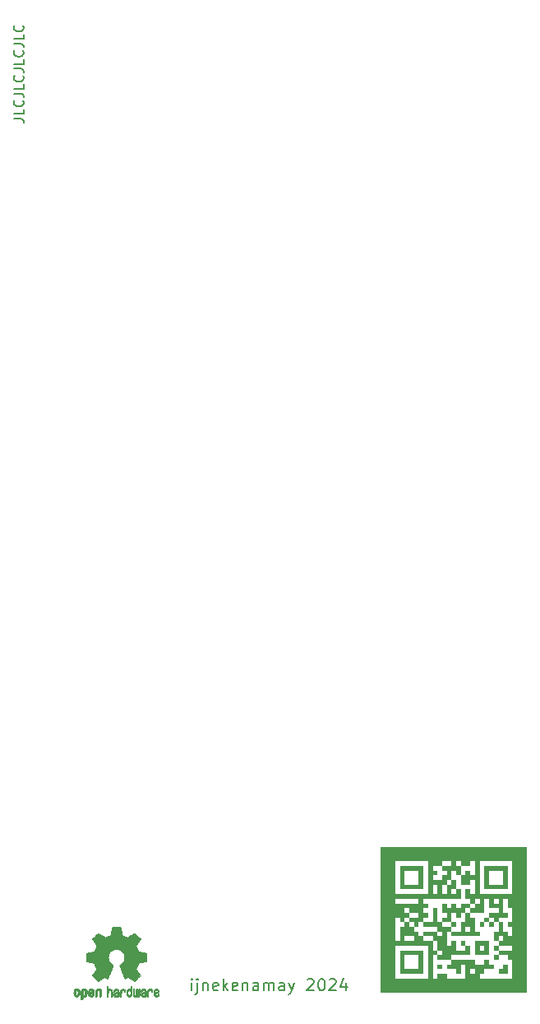
<source format=gbr>
%TF.GenerationSoftware,KiCad,Pcbnew,(6.0.7)*%
%TF.CreationDate,2024-01-18T22:55:21+09:00*%
%TF.ProjectId,pico_tracker_back,7069636f-5f74-4726-9163-6b65725f6261,rev?*%
%TF.SameCoordinates,Original*%
%TF.FileFunction,Legend,Top*%
%TF.FilePolarity,Positive*%
%FSLAX46Y46*%
G04 Gerber Fmt 4.6, Leading zero omitted, Abs format (unit mm)*
G04 Created by KiCad (PCBNEW (6.0.7)) date 2024-01-18 22:55:21*
%MOMM*%
%LPD*%
G01*
G04 APERTURE LIST*
%ADD10C,0.200000*%
%ADD11C,0.010000*%
G04 APERTURE END LIST*
D10*
X97528571Y-160292857D02*
X97528571Y-159492857D01*
X97528571Y-159092857D02*
X97471428Y-159150000D01*
X97528571Y-159207142D01*
X97585714Y-159150000D01*
X97528571Y-159092857D01*
X97528571Y-159207142D01*
X98100000Y-159492857D02*
X98100000Y-160521428D01*
X98042857Y-160635714D01*
X97928571Y-160692857D01*
X97871428Y-160692857D01*
X98100000Y-159092857D02*
X98042857Y-159150000D01*
X98100000Y-159207142D01*
X98157142Y-159150000D01*
X98100000Y-159092857D01*
X98100000Y-159207142D01*
X98671428Y-159492857D02*
X98671428Y-160292857D01*
X98671428Y-159607142D02*
X98728571Y-159550000D01*
X98842857Y-159492857D01*
X99014285Y-159492857D01*
X99128571Y-159550000D01*
X99185714Y-159664285D01*
X99185714Y-160292857D01*
X100214285Y-160235714D02*
X100100000Y-160292857D01*
X99871428Y-160292857D01*
X99757142Y-160235714D01*
X99700000Y-160121428D01*
X99700000Y-159664285D01*
X99757142Y-159550000D01*
X99871428Y-159492857D01*
X100100000Y-159492857D01*
X100214285Y-159550000D01*
X100271428Y-159664285D01*
X100271428Y-159778571D01*
X99700000Y-159892857D01*
X100785714Y-160292857D02*
X100785714Y-159092857D01*
X100900000Y-159835714D02*
X101242857Y-160292857D01*
X101242857Y-159492857D02*
X100785714Y-159950000D01*
X102214285Y-160235714D02*
X102100000Y-160292857D01*
X101871428Y-160292857D01*
X101757142Y-160235714D01*
X101700000Y-160121428D01*
X101700000Y-159664285D01*
X101757142Y-159550000D01*
X101871428Y-159492857D01*
X102100000Y-159492857D01*
X102214285Y-159550000D01*
X102271428Y-159664285D01*
X102271428Y-159778571D01*
X101700000Y-159892857D01*
X102785714Y-159492857D02*
X102785714Y-160292857D01*
X102785714Y-159607142D02*
X102842857Y-159550000D01*
X102957142Y-159492857D01*
X103128571Y-159492857D01*
X103242857Y-159550000D01*
X103300000Y-159664285D01*
X103300000Y-160292857D01*
X104385714Y-160292857D02*
X104385714Y-159664285D01*
X104328571Y-159550000D01*
X104214285Y-159492857D01*
X103985714Y-159492857D01*
X103871428Y-159550000D01*
X104385714Y-160235714D02*
X104271428Y-160292857D01*
X103985714Y-160292857D01*
X103871428Y-160235714D01*
X103814285Y-160121428D01*
X103814285Y-160007142D01*
X103871428Y-159892857D01*
X103985714Y-159835714D01*
X104271428Y-159835714D01*
X104385714Y-159778571D01*
X104957142Y-160292857D02*
X104957142Y-159492857D01*
X104957142Y-159607142D02*
X105014285Y-159550000D01*
X105128571Y-159492857D01*
X105300000Y-159492857D01*
X105414285Y-159550000D01*
X105471428Y-159664285D01*
X105471428Y-160292857D01*
X105471428Y-159664285D02*
X105528571Y-159550000D01*
X105642857Y-159492857D01*
X105814285Y-159492857D01*
X105928571Y-159550000D01*
X105985714Y-159664285D01*
X105985714Y-160292857D01*
X107071428Y-160292857D02*
X107071428Y-159664285D01*
X107014285Y-159550000D01*
X106900000Y-159492857D01*
X106671428Y-159492857D01*
X106557142Y-159550000D01*
X107071428Y-160235714D02*
X106957142Y-160292857D01*
X106671428Y-160292857D01*
X106557142Y-160235714D01*
X106500000Y-160121428D01*
X106500000Y-160007142D01*
X106557142Y-159892857D01*
X106671428Y-159835714D01*
X106957142Y-159835714D01*
X107071428Y-159778571D01*
X107528571Y-159492857D02*
X107814285Y-160292857D01*
X108100000Y-159492857D02*
X107814285Y-160292857D01*
X107700000Y-160578571D01*
X107642857Y-160635714D01*
X107528571Y-160692857D01*
X109414285Y-159207142D02*
X109471428Y-159150000D01*
X109585714Y-159092857D01*
X109871428Y-159092857D01*
X109985714Y-159150000D01*
X110042857Y-159207142D01*
X110100000Y-159321428D01*
X110100000Y-159435714D01*
X110042857Y-159607142D01*
X109357142Y-160292857D01*
X110100000Y-160292857D01*
X110842857Y-159092857D02*
X110957142Y-159092857D01*
X111071428Y-159150000D01*
X111128571Y-159207142D01*
X111185714Y-159321428D01*
X111242857Y-159550000D01*
X111242857Y-159835714D01*
X111185714Y-160064285D01*
X111128571Y-160178571D01*
X111071428Y-160235714D01*
X110957142Y-160292857D01*
X110842857Y-160292857D01*
X110728571Y-160235714D01*
X110671428Y-160178571D01*
X110614285Y-160064285D01*
X110557142Y-159835714D01*
X110557142Y-159550000D01*
X110614285Y-159321428D01*
X110671428Y-159207142D01*
X110728571Y-159150000D01*
X110842857Y-159092857D01*
X111700000Y-159207142D02*
X111757142Y-159150000D01*
X111871428Y-159092857D01*
X112157142Y-159092857D01*
X112271428Y-159150000D01*
X112328571Y-159207142D01*
X112385714Y-159321428D01*
X112385714Y-159435714D01*
X112328571Y-159607142D01*
X111642857Y-160292857D01*
X112385714Y-160292857D01*
X113414285Y-159492857D02*
X113414285Y-160292857D01*
X113128571Y-159035714D02*
X112842857Y-159892857D01*
X113585714Y-159892857D01*
X79202380Y-70619047D02*
X79916666Y-70619047D01*
X80059523Y-70666666D01*
X80154761Y-70761904D01*
X80202380Y-70904761D01*
X80202380Y-71000000D01*
X80202380Y-69666666D02*
X80202380Y-70142857D01*
X79202380Y-70142857D01*
X80107142Y-68761904D02*
X80154761Y-68809523D01*
X80202380Y-68952380D01*
X80202380Y-69047619D01*
X80154761Y-69190476D01*
X80059523Y-69285714D01*
X79964285Y-69333333D01*
X79773809Y-69380952D01*
X79630952Y-69380952D01*
X79440476Y-69333333D01*
X79345238Y-69285714D01*
X79250000Y-69190476D01*
X79202380Y-69047619D01*
X79202380Y-68952380D01*
X79250000Y-68809523D01*
X79297619Y-68761904D01*
X79202380Y-68047619D02*
X79916666Y-68047619D01*
X80059523Y-68095238D01*
X80154761Y-68190476D01*
X80202380Y-68333333D01*
X80202380Y-68428571D01*
X80202380Y-67095238D02*
X80202380Y-67571428D01*
X79202380Y-67571428D01*
X80107142Y-66190476D02*
X80154761Y-66238095D01*
X80202380Y-66380952D01*
X80202380Y-66476190D01*
X80154761Y-66619047D01*
X80059523Y-66714285D01*
X79964285Y-66761904D01*
X79773809Y-66809523D01*
X79630952Y-66809523D01*
X79440476Y-66761904D01*
X79345238Y-66714285D01*
X79250000Y-66619047D01*
X79202380Y-66476190D01*
X79202380Y-66380952D01*
X79250000Y-66238095D01*
X79297619Y-66190476D01*
X79202380Y-65476190D02*
X79916666Y-65476190D01*
X80059523Y-65523809D01*
X80154761Y-65619047D01*
X80202380Y-65761904D01*
X80202380Y-65857142D01*
X80202380Y-64523809D02*
X80202380Y-65000000D01*
X79202380Y-65000000D01*
X80107142Y-63619047D02*
X80154761Y-63666666D01*
X80202380Y-63809523D01*
X80202380Y-63904761D01*
X80154761Y-64047619D01*
X80059523Y-64142857D01*
X79964285Y-64190476D01*
X79773809Y-64238095D01*
X79630952Y-64238095D01*
X79440476Y-64190476D01*
X79345238Y-64142857D01*
X79250000Y-64047619D01*
X79202380Y-63904761D01*
X79202380Y-63809523D01*
X79250000Y-63666666D01*
X79297619Y-63619047D01*
X79202380Y-62904761D02*
X79916666Y-62904761D01*
X80059523Y-62952380D01*
X80154761Y-63047619D01*
X80202380Y-63190476D01*
X80202380Y-63285714D01*
X80202380Y-61952380D02*
X80202380Y-62428571D01*
X79202380Y-62428571D01*
X80107142Y-61047619D02*
X80154761Y-61095238D01*
X80202380Y-61238095D01*
X80202380Y-61333333D01*
X80154761Y-61476190D01*
X80059523Y-61571428D01*
X79964285Y-61619047D01*
X79773809Y-61666666D01*
X79630952Y-61666666D01*
X79440476Y-61619047D01*
X79345238Y-61571428D01*
X79250000Y-61476190D01*
X79202380Y-61333333D01*
X79202380Y-61238095D01*
X79250000Y-61095238D01*
X79297619Y-61047619D01*
%TO.C,G3*%
G36*
X130077702Y-158577702D02*
G01*
X129133783Y-158577702D01*
X129133783Y-158091441D01*
X129591441Y-158091441D01*
X129591441Y-157633783D01*
X130077702Y-157633783D01*
X130077702Y-158577702D01*
G37*
G36*
X130077702Y-147479504D02*
G01*
X130077702Y-149882207D01*
X127675000Y-149882207D01*
X127675000Y-149395946D01*
X128161261Y-149395946D01*
X129591441Y-149395946D01*
X129591441Y-147965765D01*
X128161261Y-147965765D01*
X128161261Y-149395946D01*
X127675000Y-149395946D01*
X127675000Y-147479504D01*
X130077702Y-147479504D01*
G37*
G36*
X123327252Y-158091441D02*
G01*
X122840991Y-158091441D01*
X122840991Y-157633783D01*
X123327252Y-157633783D01*
X123327252Y-158091441D01*
G37*
G36*
X128161261Y-155202477D02*
G01*
X128161261Y-156661261D01*
X126702477Y-156661261D01*
X126702477Y-156175000D01*
X127188738Y-156175000D01*
X127675000Y-156175000D01*
X127675000Y-155688738D01*
X127188738Y-155688738D01*
X127188738Y-156175000D01*
X126702477Y-156175000D01*
X126702477Y-155202477D01*
X128161261Y-155202477D01*
G37*
G36*
X129133783Y-157147522D02*
G01*
X128647522Y-157147522D01*
X128647522Y-156661261D01*
X129133783Y-156661261D01*
X129133783Y-157147522D01*
G37*
G36*
X121382207Y-153257432D02*
G01*
X122354729Y-153257432D01*
X122354729Y-151827252D01*
X122840991Y-151827252D01*
X122840991Y-153257432D01*
X123327252Y-153257432D01*
X123327252Y-152799774D01*
X123813513Y-152799774D01*
X123813513Y-152313513D01*
X123327252Y-152313513D01*
X123327252Y-151340991D01*
X123813513Y-151340991D01*
X123813513Y-151827252D01*
X124299774Y-151827252D01*
X124299774Y-151340991D01*
X124757432Y-151340991D01*
X124757432Y-151827252D01*
X125243693Y-151827252D01*
X125243693Y-151340991D01*
X126216216Y-151340991D01*
X126216216Y-151827252D01*
X125729955Y-151827252D01*
X125729955Y-152313513D01*
X125243693Y-152313513D01*
X125243693Y-152799774D01*
X124757432Y-152799774D01*
X124757432Y-152313513D01*
X124299774Y-152313513D01*
X124299774Y-153257432D01*
X123327252Y-153257432D01*
X123327252Y-153743693D01*
X124299774Y-153743693D01*
X124299774Y-154229955D01*
X125243693Y-154229955D01*
X125729955Y-154229955D01*
X126216216Y-154229955D01*
X126216216Y-153743693D01*
X125729955Y-153743693D01*
X125729955Y-154229955D01*
X125243693Y-154229955D01*
X125243693Y-153257432D01*
X125729955Y-153257432D01*
X125729955Y-152313513D01*
X126216216Y-152313513D01*
X126216216Y-152799774D01*
X126702477Y-152799774D01*
X126702477Y-154229955D01*
X127188738Y-154229955D01*
X127188738Y-154716216D01*
X124299774Y-154716216D01*
X124299774Y-154229955D01*
X123813513Y-154229955D01*
X123813513Y-155688738D01*
X124299774Y-155688738D01*
X124299774Y-155202477D01*
X124757432Y-155202477D01*
X124757432Y-156175000D01*
X125729955Y-156175000D01*
X125729955Y-155688738D01*
X126216216Y-155688738D01*
X126216216Y-156661261D01*
X124299774Y-156661261D01*
X124299774Y-157147522D01*
X122840991Y-157147522D01*
X122840991Y-156661261D01*
X123327252Y-156661261D01*
X123327252Y-156175000D01*
X122840991Y-156175000D01*
X122840991Y-155202477D01*
X122354729Y-155202477D01*
X122354729Y-154716216D01*
X122840991Y-154716216D01*
X123327252Y-154716216D01*
X123327252Y-154229955D01*
X122840991Y-154229955D01*
X122840991Y-154716216D01*
X122354729Y-154716216D01*
X121382207Y-154716216D01*
X121382207Y-154229955D01*
X122840991Y-154229955D01*
X122840991Y-153743693D01*
X121382207Y-153743693D01*
X121382207Y-153257432D01*
G37*
G36*
X129133783Y-156175000D02*
G01*
X128647522Y-156175000D01*
X128647522Y-155688738D01*
X129133783Y-155688738D01*
X129133783Y-156175000D01*
G37*
G36*
X127675000Y-153743693D02*
G01*
X127188738Y-153743693D01*
X127188738Y-153257432D01*
X127675000Y-153257432D01*
X127675000Y-153743693D01*
G37*
G36*
X132022747Y-145505856D02*
G01*
X132022747Y-160522747D01*
X117005856Y-160522747D01*
X117005856Y-159063964D01*
X118493243Y-159063964D01*
X121868468Y-159063964D01*
X121868468Y-155688738D01*
X118493243Y-155688738D01*
X118493243Y-159063964D01*
X117005856Y-159063964D01*
X117005856Y-155202477D01*
X118493243Y-155202477D01*
X118979504Y-155202477D01*
X119465765Y-155202477D01*
X120409684Y-155202477D01*
X120409684Y-154716216D01*
X119465765Y-154716216D01*
X119465765Y-155202477D01*
X118979504Y-155202477D01*
X118979504Y-154229955D01*
X120409684Y-154229955D01*
X120895946Y-154229955D01*
X120895946Y-154716216D01*
X121382207Y-154716216D01*
X121382207Y-155202477D01*
X122354729Y-155202477D01*
X122354729Y-156175000D01*
X122840991Y-156175000D01*
X122840991Y-156661261D01*
X122354729Y-156661261D01*
X122354729Y-159063964D01*
X122840991Y-159063964D01*
X122840991Y-158577702D01*
X123813513Y-158577702D01*
X123813513Y-159063964D01*
X125729955Y-159063964D01*
X125729955Y-158577702D01*
X126216216Y-158577702D01*
X126702477Y-158577702D01*
X126702477Y-158091441D01*
X126216216Y-158091441D01*
X126216216Y-158577702D01*
X125729955Y-158577702D01*
X125729955Y-157633783D01*
X125243693Y-157633783D01*
X125243693Y-158577702D01*
X124757432Y-158577702D01*
X124757432Y-158091441D01*
X123813513Y-158091441D01*
X123813513Y-157633783D01*
X124299774Y-157633783D01*
X124299774Y-157147522D01*
X126702477Y-157147522D01*
X126702477Y-157633783D01*
X127675000Y-157633783D01*
X127675000Y-157147522D01*
X128161261Y-157147522D01*
X128161261Y-157633783D01*
X128647522Y-157633783D01*
X128647522Y-158091441D01*
X127675000Y-158091441D01*
X127675000Y-158577702D01*
X127188738Y-158577702D01*
X127188738Y-159063964D01*
X130563964Y-159063964D01*
X130563964Y-157147522D01*
X130077702Y-157147522D01*
X130077702Y-156661261D01*
X129133783Y-156661261D01*
X129133783Y-156175000D01*
X130563964Y-156175000D01*
X130563964Y-155688738D01*
X129133783Y-155688738D01*
X129133783Y-155202477D01*
X129591441Y-155202477D01*
X129591441Y-154716216D01*
X129133783Y-154716216D01*
X129133783Y-155202477D01*
X128647522Y-155202477D01*
X128647522Y-154229955D01*
X129133783Y-154229955D01*
X129133783Y-153257432D01*
X129591441Y-153257432D01*
X129591441Y-154229955D01*
X130077702Y-154229955D01*
X130077702Y-154716216D01*
X130563964Y-154716216D01*
X130563964Y-153743693D01*
X130077702Y-153743693D01*
X130077702Y-153257432D01*
X130563964Y-153257432D01*
X130563964Y-151827252D01*
X130077702Y-151827252D01*
X130077702Y-150854729D01*
X129591441Y-150854729D01*
X129591441Y-152313513D01*
X130077702Y-152313513D01*
X130077702Y-152799774D01*
X129133783Y-152799774D01*
X129133783Y-153257432D01*
X128647522Y-153257432D01*
X128647522Y-152799774D01*
X128161261Y-152799774D01*
X128161261Y-152313513D01*
X129133783Y-152313513D01*
X129133783Y-151827252D01*
X128161261Y-151827252D01*
X128161261Y-151340991D01*
X128647522Y-151340991D01*
X129133783Y-151340991D01*
X129133783Y-150854729D01*
X128647522Y-150854729D01*
X128647522Y-151340991D01*
X128161261Y-151340991D01*
X128161261Y-150854729D01*
X127675000Y-150854729D01*
X127675000Y-152313513D01*
X126216216Y-152313513D01*
X126216216Y-151827252D01*
X126702477Y-151827252D01*
X126702477Y-151340991D01*
X127188738Y-151340991D01*
X127188738Y-150854729D01*
X126702477Y-150854729D01*
X126702477Y-151340991D01*
X126216216Y-151340991D01*
X126216216Y-150854729D01*
X125729955Y-150854729D01*
X125729955Y-149882207D01*
X126216216Y-149882207D01*
X126216216Y-150368468D01*
X126702477Y-150368468D01*
X127188738Y-150368468D01*
X130563964Y-150368468D01*
X130563964Y-146993243D01*
X127188738Y-146993243D01*
X127188738Y-150368468D01*
X126702477Y-150368468D01*
X126702477Y-148909684D01*
X126216216Y-148909684D01*
X126216216Y-149395946D01*
X125243693Y-149395946D01*
X125243693Y-148423423D01*
X125729955Y-148423423D01*
X125729955Y-147965765D01*
X126216216Y-147965765D01*
X126216216Y-148423423D01*
X126702477Y-148423423D01*
X126702477Y-146993243D01*
X126216216Y-146993243D01*
X126216216Y-147479504D01*
X125243693Y-147479504D01*
X125243693Y-148423423D01*
X124757432Y-148423423D01*
X124757432Y-147965765D01*
X124299774Y-147965765D01*
X124299774Y-148909684D01*
X123813513Y-148909684D01*
X123813513Y-149395946D01*
X123327252Y-149395946D01*
X123327252Y-150368468D01*
X123813513Y-150368468D01*
X123813513Y-149395946D01*
X124299774Y-149395946D01*
X124299774Y-148909684D01*
X124757432Y-148909684D01*
X124757432Y-149882207D01*
X124299774Y-149882207D01*
X124299774Y-150368468D01*
X124757432Y-150368468D01*
X124757432Y-149882207D01*
X125243693Y-149882207D01*
X125243693Y-150854729D01*
X121382207Y-150854729D01*
X121382207Y-151340991D01*
X121868468Y-151340991D01*
X121868468Y-151827252D01*
X121382207Y-151827252D01*
X121382207Y-152313513D01*
X121868468Y-152313513D01*
X121868468Y-152799774D01*
X121382207Y-152799774D01*
X121382207Y-153257432D01*
X120895946Y-153257432D01*
X120895946Y-153743693D01*
X120409684Y-153743693D01*
X120409684Y-154229955D01*
X118979504Y-154229955D01*
X118979504Y-153743693D01*
X119465765Y-153743693D01*
X119923423Y-153743693D01*
X120409684Y-153743693D01*
X120409684Y-153257432D01*
X119923423Y-153257432D01*
X119923423Y-153743693D01*
X119465765Y-153743693D01*
X119465765Y-153257432D01*
X119923423Y-153257432D01*
X119923423Y-152799774D01*
X120895946Y-152799774D01*
X120895946Y-152313513D01*
X119923423Y-152313513D01*
X119923423Y-152799774D01*
X119465765Y-152799774D01*
X119465765Y-153257432D01*
X118979504Y-153257432D01*
X118979504Y-152799774D01*
X118493243Y-152799774D01*
X118493243Y-155202477D01*
X117005856Y-155202477D01*
X117005856Y-152313513D01*
X119465765Y-152313513D01*
X119923423Y-152313513D01*
X119923423Y-151827252D01*
X119465765Y-151827252D01*
X119465765Y-152313513D01*
X117005856Y-152313513D01*
X117005856Y-151340991D01*
X118493243Y-151340991D01*
X120895946Y-151340991D01*
X120895946Y-150854729D01*
X118493243Y-150854729D01*
X118493243Y-151340991D01*
X117005856Y-151340991D01*
X117005856Y-150368468D01*
X118493243Y-150368468D01*
X121868468Y-150368468D01*
X122354729Y-150368468D01*
X122840991Y-150368468D01*
X122840991Y-149395946D01*
X122354729Y-149395946D01*
X122354729Y-150368468D01*
X121868468Y-150368468D01*
X121868468Y-148909684D01*
X122354729Y-148909684D01*
X123327252Y-148909684D01*
X123327252Y-148423423D01*
X123813513Y-148423423D01*
X123813513Y-147965765D01*
X123327252Y-147965765D01*
X123327252Y-147479504D01*
X124299774Y-147479504D01*
X124757432Y-147479504D01*
X125243693Y-147479504D01*
X125243693Y-146993243D01*
X124757432Y-146993243D01*
X124757432Y-147479504D01*
X124299774Y-147479504D01*
X124299774Y-146993243D01*
X123327252Y-146993243D01*
X123327252Y-147479504D01*
X122354729Y-147479504D01*
X122354729Y-147965765D01*
X122840991Y-147965765D01*
X122840991Y-148423423D01*
X122354729Y-148423423D01*
X122354729Y-148909684D01*
X121868468Y-148909684D01*
X121868468Y-146993243D01*
X118493243Y-146993243D01*
X118493243Y-150368468D01*
X117005856Y-150368468D01*
X117005856Y-145505856D01*
X132022747Y-145505856D01*
G37*
G36*
X128647522Y-153743693D02*
G01*
X128161261Y-153743693D01*
X128161261Y-153257432D01*
X128647522Y-153257432D01*
X128647522Y-153743693D01*
G37*
G36*
X125729955Y-155688738D02*
G01*
X125243693Y-155688738D01*
X125243693Y-155202477D01*
X125729955Y-155202477D01*
X125729955Y-155688738D01*
G37*
G36*
X128161261Y-153257432D02*
G01*
X127675000Y-153257432D01*
X127675000Y-152799774D01*
X128161261Y-152799774D01*
X128161261Y-153257432D01*
G37*
G36*
X124757432Y-153743693D02*
G01*
X124299774Y-153743693D01*
X124299774Y-153257432D01*
X124757432Y-153257432D01*
X124757432Y-153743693D01*
G37*
G36*
X121382207Y-156175000D02*
G01*
X121382207Y-158577702D01*
X118979504Y-158577702D01*
X118979504Y-158091441D01*
X119465765Y-158091441D01*
X120895946Y-158091441D01*
X120895946Y-156661261D01*
X119465765Y-156661261D01*
X119465765Y-158091441D01*
X118979504Y-158091441D01*
X118979504Y-156175000D01*
X121382207Y-156175000D01*
G37*
G36*
X121382207Y-147479504D02*
G01*
X121382207Y-149882207D01*
X118979504Y-149882207D01*
X118979504Y-149395946D01*
X119465765Y-149395946D01*
X120895946Y-149395946D01*
X120895946Y-147965765D01*
X119465765Y-147965765D01*
X119465765Y-149395946D01*
X118979504Y-149395946D01*
X118979504Y-147479504D01*
X121382207Y-147479504D01*
G37*
%TO.C,REF\u002A\u002A*%
G36*
X89803501Y-160126303D02*
G01*
X89880060Y-160154733D01*
X89880936Y-160155279D01*
X89928285Y-160190127D01*
X89963241Y-160230852D01*
X89987825Y-160283925D01*
X90004062Y-160355814D01*
X90013975Y-160452992D01*
X90019586Y-160581928D01*
X90020077Y-160600298D01*
X90027141Y-160877287D01*
X89967695Y-160908028D01*
X89924681Y-160928802D01*
X89898710Y-160938646D01*
X89897509Y-160938769D01*
X89893014Y-160920606D01*
X89889444Y-160871612D01*
X89887248Y-160800031D01*
X89886769Y-160742068D01*
X89886758Y-160648170D01*
X89882466Y-160589203D01*
X89867503Y-160561079D01*
X89835482Y-160559706D01*
X89780014Y-160580998D01*
X89696269Y-160620136D01*
X89634689Y-160652643D01*
X89603017Y-160680845D01*
X89593706Y-160711582D01*
X89593692Y-160713104D01*
X89609057Y-160766054D01*
X89654547Y-160794660D01*
X89724166Y-160798803D01*
X89774313Y-160798084D01*
X89800754Y-160812527D01*
X89817243Y-160847218D01*
X89826733Y-160891416D01*
X89813057Y-160916493D01*
X89807907Y-160920082D01*
X89759425Y-160934496D01*
X89691531Y-160936537D01*
X89621612Y-160926983D01*
X89572068Y-160909522D01*
X89503570Y-160851364D01*
X89464634Y-160770408D01*
X89456923Y-160707160D01*
X89462807Y-160650111D01*
X89484101Y-160603542D01*
X89526265Y-160562181D01*
X89594759Y-160520755D01*
X89695044Y-160473993D01*
X89701154Y-160471350D01*
X89791490Y-160429617D01*
X89847235Y-160395391D01*
X89871129Y-160364635D01*
X89865913Y-160333311D01*
X89834328Y-160297383D01*
X89824883Y-160289116D01*
X89761617Y-160257058D01*
X89696064Y-160258407D01*
X89638972Y-160289838D01*
X89601093Y-160348024D01*
X89597574Y-160359446D01*
X89563300Y-160414837D01*
X89519809Y-160441518D01*
X89456923Y-160467960D01*
X89456923Y-160399548D01*
X89476052Y-160300110D01*
X89532831Y-160208902D01*
X89562378Y-160178389D01*
X89629542Y-160139228D01*
X89714956Y-160121500D01*
X89803501Y-160126303D01*
G37*
D11*
X89803501Y-160126303D02*
X89880060Y-160154733D01*
X89880936Y-160155279D01*
X89928285Y-160190127D01*
X89963241Y-160230852D01*
X89987825Y-160283925D01*
X90004062Y-160355814D01*
X90013975Y-160452992D01*
X90019586Y-160581928D01*
X90020077Y-160600298D01*
X90027141Y-160877287D01*
X89967695Y-160908028D01*
X89924681Y-160928802D01*
X89898710Y-160938646D01*
X89897509Y-160938769D01*
X89893014Y-160920606D01*
X89889444Y-160871612D01*
X89887248Y-160800031D01*
X89886769Y-160742068D01*
X89886758Y-160648170D01*
X89882466Y-160589203D01*
X89867503Y-160561079D01*
X89835482Y-160559706D01*
X89780014Y-160580998D01*
X89696269Y-160620136D01*
X89634689Y-160652643D01*
X89603017Y-160680845D01*
X89593706Y-160711582D01*
X89593692Y-160713104D01*
X89609057Y-160766054D01*
X89654547Y-160794660D01*
X89724166Y-160798803D01*
X89774313Y-160798084D01*
X89800754Y-160812527D01*
X89817243Y-160847218D01*
X89826733Y-160891416D01*
X89813057Y-160916493D01*
X89807907Y-160920082D01*
X89759425Y-160934496D01*
X89691531Y-160936537D01*
X89621612Y-160926983D01*
X89572068Y-160909522D01*
X89503570Y-160851364D01*
X89464634Y-160770408D01*
X89456923Y-160707160D01*
X89462807Y-160650111D01*
X89484101Y-160603542D01*
X89526265Y-160562181D01*
X89594759Y-160520755D01*
X89695044Y-160473993D01*
X89701154Y-160471350D01*
X89791490Y-160429617D01*
X89847235Y-160395391D01*
X89871129Y-160364635D01*
X89865913Y-160333311D01*
X89834328Y-160297383D01*
X89824883Y-160289116D01*
X89761617Y-160257058D01*
X89696064Y-160258407D01*
X89638972Y-160289838D01*
X89601093Y-160348024D01*
X89597574Y-160359446D01*
X89563300Y-160414837D01*
X89519809Y-160441518D01*
X89456923Y-160467960D01*
X89456923Y-160399548D01*
X89476052Y-160300110D01*
X89532831Y-160208902D01*
X89562378Y-160178389D01*
X89629542Y-160139228D01*
X89714956Y-160121500D01*
X89803501Y-160126303D01*
G36*
X86106873Y-160394679D02*
G01*
X86110606Y-160330905D01*
X86115907Y-160285582D01*
X86123258Y-160253555D01*
X86133143Y-160229668D01*
X86146046Y-160208764D01*
X86151579Y-160200898D01*
X86224969Y-160126595D01*
X86317760Y-160084467D01*
X86425096Y-160072722D01*
X86518886Y-160084505D01*
X86593539Y-160121727D01*
X86659431Y-160190261D01*
X86677577Y-160215648D01*
X86697345Y-160248866D01*
X86710172Y-160284945D01*
X86717510Y-160333098D01*
X86720813Y-160402536D01*
X86721538Y-160494206D01*
X86718263Y-160619830D01*
X86706877Y-160714154D01*
X86685041Y-160784523D01*
X86650419Y-160838286D01*
X86600670Y-160882788D01*
X86597014Y-160885423D01*
X86547985Y-160912377D01*
X86488945Y-160925712D01*
X86413859Y-160929000D01*
X86291795Y-160929000D01*
X86291744Y-161047497D01*
X86290608Y-161113492D01*
X86283686Y-161152202D01*
X86265598Y-161175419D01*
X86230962Y-161194933D01*
X86222645Y-161198920D01*
X86183720Y-161217603D01*
X86153583Y-161229403D01*
X86131174Y-161230422D01*
X86115433Y-161216761D01*
X86105302Y-161184522D01*
X86099723Y-161129804D01*
X86097635Y-161048711D01*
X86097981Y-160937344D01*
X86099700Y-160791802D01*
X86100237Y-160748269D01*
X86102172Y-160598205D01*
X86103904Y-160500042D01*
X86291692Y-160500042D01*
X86292748Y-160583364D01*
X86297438Y-160637880D01*
X86308051Y-160673837D01*
X86326872Y-160701482D01*
X86339650Y-160714965D01*
X86391890Y-160754417D01*
X86438142Y-160757628D01*
X86485867Y-160725049D01*
X86487077Y-160723846D01*
X86506494Y-160698668D01*
X86518307Y-160664447D01*
X86524265Y-160611748D01*
X86526120Y-160531131D01*
X86526154Y-160513271D01*
X86521670Y-160402175D01*
X86507074Y-160325161D01*
X86480650Y-160278147D01*
X86440683Y-160257050D01*
X86417584Y-160254923D01*
X86362762Y-160264900D01*
X86325158Y-160297752D01*
X86302523Y-160357857D01*
X86292606Y-160449598D01*
X86291692Y-160500042D01*
X86103904Y-160500042D01*
X86104222Y-160482060D01*
X86106873Y-160394679D01*
G37*
X86106873Y-160394679D02*
X86110606Y-160330905D01*
X86115907Y-160285582D01*
X86123258Y-160253555D01*
X86133143Y-160229668D01*
X86146046Y-160208764D01*
X86151579Y-160200898D01*
X86224969Y-160126595D01*
X86317760Y-160084467D01*
X86425096Y-160072722D01*
X86518886Y-160084505D01*
X86593539Y-160121727D01*
X86659431Y-160190261D01*
X86677577Y-160215648D01*
X86697345Y-160248866D01*
X86710172Y-160284945D01*
X86717510Y-160333098D01*
X86720813Y-160402536D01*
X86721538Y-160494206D01*
X86718263Y-160619830D01*
X86706877Y-160714154D01*
X86685041Y-160784523D01*
X86650419Y-160838286D01*
X86600670Y-160882788D01*
X86597014Y-160885423D01*
X86547985Y-160912377D01*
X86488945Y-160925712D01*
X86413859Y-160929000D01*
X86291795Y-160929000D01*
X86291744Y-161047497D01*
X86290608Y-161113492D01*
X86283686Y-161152202D01*
X86265598Y-161175419D01*
X86230962Y-161194933D01*
X86222645Y-161198920D01*
X86183720Y-161217603D01*
X86153583Y-161229403D01*
X86131174Y-161230422D01*
X86115433Y-161216761D01*
X86105302Y-161184522D01*
X86099723Y-161129804D01*
X86097635Y-161048711D01*
X86097981Y-160937344D01*
X86099700Y-160791802D01*
X86100237Y-160748269D01*
X86102172Y-160598205D01*
X86103904Y-160500042D01*
X86291692Y-160500042D01*
X86292748Y-160583364D01*
X86297438Y-160637880D01*
X86308051Y-160673837D01*
X86326872Y-160701482D01*
X86339650Y-160714965D01*
X86391890Y-160754417D01*
X86438142Y-160757628D01*
X86485867Y-160725049D01*
X86487077Y-160723846D01*
X86506494Y-160698668D01*
X86518307Y-160664447D01*
X86524265Y-160611748D01*
X86526120Y-160531131D01*
X86526154Y-160513271D01*
X86521670Y-160402175D01*
X86507074Y-160325161D01*
X86480650Y-160278147D01*
X86440683Y-160257050D01*
X86417584Y-160254923D01*
X86362762Y-160264900D01*
X86325158Y-160297752D01*
X86302523Y-160357857D01*
X86292606Y-160449598D01*
X86291692Y-160500042D01*
X86103904Y-160500042D01*
X86104222Y-160482060D01*
X86106873Y-160394679D01*
G36*
X86884778Y-160241055D02*
G01*
X86930421Y-160175215D01*
X87012802Y-160108681D01*
X87103546Y-160075676D01*
X87196185Y-160073573D01*
X87284254Y-160099745D01*
X87361286Y-160151567D01*
X87420816Y-160226412D01*
X87456378Y-160321654D01*
X87463571Y-160391756D01*
X87462754Y-160421009D01*
X87455914Y-160443407D01*
X87437112Y-160463474D01*
X87400408Y-160485733D01*
X87339862Y-160514709D01*
X87249534Y-160554927D01*
X87249077Y-160555129D01*
X87165933Y-160593210D01*
X87097753Y-160627025D01*
X87051505Y-160652933D01*
X87034158Y-160667295D01*
X87034154Y-160667411D01*
X87049443Y-160698685D01*
X87085196Y-160733157D01*
X87126242Y-160757990D01*
X87147037Y-160762923D01*
X87203770Y-160745862D01*
X87252627Y-160703133D01*
X87276465Y-160656155D01*
X87299397Y-160621522D01*
X87344318Y-160582081D01*
X87397123Y-160548009D01*
X87443710Y-160529480D01*
X87453452Y-160528462D01*
X87464418Y-160545215D01*
X87465079Y-160588039D01*
X87457020Y-160645781D01*
X87441827Y-160707289D01*
X87421086Y-160761409D01*
X87420038Y-160763510D01*
X87357621Y-160850660D01*
X87276726Y-160909939D01*
X87184856Y-160939034D01*
X87089513Y-160935634D01*
X86998198Y-160897428D01*
X86994138Y-160894741D01*
X86922306Y-160829642D01*
X86875073Y-160744705D01*
X86848934Y-160633021D01*
X86845426Y-160601643D01*
X86839213Y-160453536D01*
X86846661Y-160384468D01*
X87034154Y-160384468D01*
X87036590Y-160427552D01*
X87049914Y-160440126D01*
X87083132Y-160430719D01*
X87135494Y-160408483D01*
X87194024Y-160380610D01*
X87195479Y-160379872D01*
X87245089Y-160353777D01*
X87265000Y-160336363D01*
X87260090Y-160318107D01*
X87239416Y-160294120D01*
X87186819Y-160259406D01*
X87130177Y-160256856D01*
X87079369Y-160282119D01*
X87044276Y-160330847D01*
X87034154Y-160384468D01*
X86846661Y-160384468D01*
X86851992Y-160335036D01*
X86884778Y-160241055D01*
G37*
X86884778Y-160241055D02*
X86930421Y-160175215D01*
X87012802Y-160108681D01*
X87103546Y-160075676D01*
X87196185Y-160073573D01*
X87284254Y-160099745D01*
X87361286Y-160151567D01*
X87420816Y-160226412D01*
X87456378Y-160321654D01*
X87463571Y-160391756D01*
X87462754Y-160421009D01*
X87455914Y-160443407D01*
X87437112Y-160463474D01*
X87400408Y-160485733D01*
X87339862Y-160514709D01*
X87249534Y-160554927D01*
X87249077Y-160555129D01*
X87165933Y-160593210D01*
X87097753Y-160627025D01*
X87051505Y-160652933D01*
X87034158Y-160667295D01*
X87034154Y-160667411D01*
X87049443Y-160698685D01*
X87085196Y-160733157D01*
X87126242Y-160757990D01*
X87147037Y-160762923D01*
X87203770Y-160745862D01*
X87252627Y-160703133D01*
X87276465Y-160656155D01*
X87299397Y-160621522D01*
X87344318Y-160582081D01*
X87397123Y-160548009D01*
X87443710Y-160529480D01*
X87453452Y-160528462D01*
X87464418Y-160545215D01*
X87465079Y-160588039D01*
X87457020Y-160645781D01*
X87441827Y-160707289D01*
X87421086Y-160761409D01*
X87420038Y-160763510D01*
X87357621Y-160850660D01*
X87276726Y-160909939D01*
X87184856Y-160939034D01*
X87089513Y-160935634D01*
X86998198Y-160897428D01*
X86994138Y-160894741D01*
X86922306Y-160829642D01*
X86875073Y-160744705D01*
X86848934Y-160633021D01*
X86845426Y-160601643D01*
X86839213Y-160453536D01*
X86846661Y-160384468D01*
X87034154Y-160384468D01*
X87036590Y-160427552D01*
X87049914Y-160440126D01*
X87083132Y-160430719D01*
X87135494Y-160408483D01*
X87194024Y-160380610D01*
X87195479Y-160379872D01*
X87245089Y-160353777D01*
X87265000Y-160336363D01*
X87260090Y-160318107D01*
X87239416Y-160294120D01*
X87186819Y-160259406D01*
X87130177Y-160256856D01*
X87079369Y-160282119D01*
X87044276Y-160330847D01*
X87034154Y-160384468D01*
X86846661Y-160384468D01*
X86851992Y-160335036D01*
X86884778Y-160241055D01*
G36*
X90806362Y-160313577D02*
G01*
X90836528Y-160244269D01*
X90883629Y-160190211D01*
X90920312Y-160162505D01*
X90986990Y-160132572D01*
X91064272Y-160118678D01*
X91136110Y-160122397D01*
X91176308Y-160137400D01*
X91192082Y-160141670D01*
X91202550Y-160125750D01*
X91209856Y-160083089D01*
X91215385Y-160018106D01*
X91221437Y-159945732D01*
X91229844Y-159902187D01*
X91245141Y-159877287D01*
X91271864Y-159860845D01*
X91288654Y-159853564D01*
X91352154Y-159826963D01*
X91352081Y-160280289D01*
X91351833Y-160426320D01*
X91350872Y-160538655D01*
X91348794Y-160622678D01*
X91345193Y-160683769D01*
X91339665Y-160727309D01*
X91331804Y-160758679D01*
X91321207Y-160783262D01*
X91313182Y-160797294D01*
X91246728Y-160873388D01*
X91162470Y-160921084D01*
X91069249Y-160938199D01*
X90975900Y-160922546D01*
X90920312Y-160894418D01*
X90861957Y-160845760D01*
X90822186Y-160786333D01*
X90798190Y-160708507D01*
X90787161Y-160604652D01*
X90785599Y-160528462D01*
X90785809Y-160522986D01*
X90922308Y-160522986D01*
X90923141Y-160610355D01*
X90926961Y-160668192D01*
X90935746Y-160706029D01*
X90951474Y-160733398D01*
X90970266Y-160754042D01*
X91033375Y-160793890D01*
X91101137Y-160797295D01*
X91165179Y-160764025D01*
X91170164Y-160759517D01*
X91191439Y-160736067D01*
X91204779Y-160708166D01*
X91212001Y-160666641D01*
X91214923Y-160602316D01*
X91215385Y-160531200D01*
X91214383Y-160441858D01*
X91210238Y-160382258D01*
X91201236Y-160343089D01*
X91185667Y-160315040D01*
X91172902Y-160300144D01*
X91113600Y-160262575D01*
X91045301Y-160258057D01*
X90980110Y-160286753D01*
X90967528Y-160297406D01*
X90946111Y-160321063D01*
X90932744Y-160349251D01*
X90925566Y-160391245D01*
X90922719Y-160456319D01*
X90922308Y-160522986D01*
X90785809Y-160522986D01*
X90790322Y-160405765D01*
X90806362Y-160313577D01*
G37*
X90806362Y-160313577D02*
X90836528Y-160244269D01*
X90883629Y-160190211D01*
X90920312Y-160162505D01*
X90986990Y-160132572D01*
X91064272Y-160118678D01*
X91136110Y-160122397D01*
X91176308Y-160137400D01*
X91192082Y-160141670D01*
X91202550Y-160125750D01*
X91209856Y-160083089D01*
X91215385Y-160018106D01*
X91221437Y-159945732D01*
X91229844Y-159902187D01*
X91245141Y-159877287D01*
X91271864Y-159860845D01*
X91288654Y-159853564D01*
X91352154Y-159826963D01*
X91352081Y-160280289D01*
X91351833Y-160426320D01*
X91350872Y-160538655D01*
X91348794Y-160622678D01*
X91345193Y-160683769D01*
X91339665Y-160727309D01*
X91331804Y-160758679D01*
X91321207Y-160783262D01*
X91313182Y-160797294D01*
X91246728Y-160873388D01*
X91162470Y-160921084D01*
X91069249Y-160938199D01*
X90975900Y-160922546D01*
X90920312Y-160894418D01*
X90861957Y-160845760D01*
X90822186Y-160786333D01*
X90798190Y-160708507D01*
X90787161Y-160604652D01*
X90785599Y-160528462D01*
X90785809Y-160522986D01*
X90922308Y-160522986D01*
X90923141Y-160610355D01*
X90926961Y-160668192D01*
X90935746Y-160706029D01*
X90951474Y-160733398D01*
X90970266Y-160754042D01*
X91033375Y-160793890D01*
X91101137Y-160797295D01*
X91165179Y-160764025D01*
X91170164Y-160759517D01*
X91191439Y-160736067D01*
X91204779Y-160708166D01*
X91212001Y-160666641D01*
X91214923Y-160602316D01*
X91215385Y-160531200D01*
X91214383Y-160441858D01*
X91210238Y-160382258D01*
X91201236Y-160343089D01*
X91185667Y-160315040D01*
X91172902Y-160300144D01*
X91113600Y-160262575D01*
X91045301Y-160258057D01*
X90980110Y-160286753D01*
X90967528Y-160297406D01*
X90946111Y-160321063D01*
X90932744Y-160349251D01*
X90925566Y-160391245D01*
X90922719Y-160456319D01*
X90922308Y-160522986D01*
X90785809Y-160522986D01*
X90790322Y-160405765D01*
X90806362Y-160313577D01*
G36*
X89889878Y-153787776D02*
G01*
X89995612Y-153788355D01*
X90072132Y-153789922D01*
X90124372Y-153792972D01*
X90157263Y-153797996D01*
X90175737Y-153805489D01*
X90184727Y-153815944D01*
X90189163Y-153829853D01*
X90189594Y-153831654D01*
X90196333Y-153864145D01*
X90208808Y-153928252D01*
X90225719Y-154017151D01*
X90245771Y-154124019D01*
X90267664Y-154242033D01*
X90268429Y-154246178D01*
X90290359Y-154361831D01*
X90310877Y-154464014D01*
X90328659Y-154546598D01*
X90342381Y-154603456D01*
X90350718Y-154628458D01*
X90351116Y-154628901D01*
X90375677Y-154641110D01*
X90426315Y-154661456D01*
X90492095Y-154685545D01*
X90492461Y-154685674D01*
X90575317Y-154716818D01*
X90673000Y-154756491D01*
X90765077Y-154796381D01*
X90769434Y-154798353D01*
X90919407Y-154866420D01*
X91251498Y-154639639D01*
X91353374Y-154570504D01*
X91445657Y-154508697D01*
X91523003Y-154457733D01*
X91580064Y-154421127D01*
X91611495Y-154402394D01*
X91614479Y-154401004D01*
X91637321Y-154407190D01*
X91679982Y-154437035D01*
X91744128Y-154491947D01*
X91831421Y-154573334D01*
X91920535Y-154659922D01*
X92006441Y-154745247D01*
X92083327Y-154823108D01*
X92146564Y-154888697D01*
X92191523Y-154937205D01*
X92213576Y-154963825D01*
X92214396Y-154965195D01*
X92216834Y-154983463D01*
X92207650Y-155013295D01*
X92184574Y-155058721D01*
X92145337Y-155123770D01*
X92087670Y-155212470D01*
X92010795Y-155326657D01*
X91942570Y-155427162D01*
X91881582Y-155517303D01*
X91831356Y-155591849D01*
X91795416Y-155645565D01*
X91777287Y-155673218D01*
X91776146Y-155675095D01*
X91778359Y-155701590D01*
X91795138Y-155753086D01*
X91823142Y-155819851D01*
X91833122Y-155841172D01*
X91876672Y-155936159D01*
X91923134Y-156043937D01*
X91960877Y-156137192D01*
X91988073Y-156206406D01*
X92009675Y-156259006D01*
X92022158Y-156286497D01*
X92023709Y-156288616D01*
X92046668Y-156292124D01*
X92100786Y-156301738D01*
X92178868Y-156316089D01*
X92273719Y-156333807D01*
X92378143Y-156353525D01*
X92484944Y-156373874D01*
X92586926Y-156393486D01*
X92676894Y-156410991D01*
X92747653Y-156425022D01*
X92792006Y-156434209D01*
X92802885Y-156436807D01*
X92814122Y-156443218D01*
X92822605Y-156457697D01*
X92828714Y-156485133D01*
X92832832Y-156530411D01*
X92835341Y-156598420D01*
X92836621Y-156694047D01*
X92837054Y-156822180D01*
X92837077Y-156874701D01*
X92837077Y-157301845D01*
X92734500Y-157322091D01*
X92677431Y-157333070D01*
X92592269Y-157349095D01*
X92489372Y-157368233D01*
X92379096Y-157388551D01*
X92348615Y-157394132D01*
X92246855Y-157413917D01*
X92158205Y-157433373D01*
X92090108Y-157450697D01*
X92050004Y-157464088D01*
X92043323Y-157468079D01*
X92026919Y-157496342D01*
X92003399Y-157551109D01*
X91977316Y-157621588D01*
X91972142Y-157636769D01*
X91937956Y-157730896D01*
X91895523Y-157837101D01*
X91853997Y-157932473D01*
X91853792Y-157932916D01*
X91784640Y-158082525D01*
X92239512Y-158751617D01*
X91947500Y-159044116D01*
X91859180Y-159131170D01*
X91778625Y-159207909D01*
X91710360Y-159270237D01*
X91658908Y-159314056D01*
X91628794Y-159335270D01*
X91624474Y-159336616D01*
X91599111Y-159326016D01*
X91547358Y-159296547D01*
X91474868Y-159251705D01*
X91387294Y-159194984D01*
X91292612Y-159131462D01*
X91196516Y-159066668D01*
X91110837Y-159010287D01*
X91041016Y-158965788D01*
X90992494Y-158936639D01*
X90970782Y-158926308D01*
X90944293Y-158935050D01*
X90894062Y-158958087D01*
X90830451Y-158990631D01*
X90823708Y-158994249D01*
X90738046Y-159037210D01*
X90679306Y-159058279D01*
X90642772Y-159058503D01*
X90623731Y-159038928D01*
X90623620Y-159038654D01*
X90614102Y-159015472D01*
X90591403Y-158960441D01*
X90557282Y-158877822D01*
X90513500Y-158771872D01*
X90461816Y-158646852D01*
X90403992Y-158507020D01*
X90347991Y-158371637D01*
X90286447Y-158222234D01*
X90229939Y-158083832D01*
X90180161Y-157960673D01*
X90138806Y-157857002D01*
X90107568Y-157777059D01*
X90088141Y-157725088D01*
X90082154Y-157705692D01*
X90097168Y-157683443D01*
X90136439Y-157647982D01*
X90188807Y-157608887D01*
X90337941Y-157485245D01*
X90454511Y-157343522D01*
X90537118Y-157186704D01*
X90584366Y-157017775D01*
X90594857Y-156839722D01*
X90587231Y-156757539D01*
X90545682Y-156587031D01*
X90474123Y-156436459D01*
X90376995Y-156307309D01*
X90258734Y-156201064D01*
X90123780Y-156119210D01*
X89976571Y-156063232D01*
X89821544Y-156034615D01*
X89663139Y-156034844D01*
X89505794Y-156065405D01*
X89353946Y-156127782D01*
X89212035Y-156223460D01*
X89152803Y-156277572D01*
X89039203Y-156416520D01*
X88960106Y-156568361D01*
X88914986Y-156728667D01*
X88903316Y-156893012D01*
X88924569Y-157056971D01*
X88978220Y-157216118D01*
X89063740Y-157366025D01*
X89180605Y-157502267D01*
X89311193Y-157608887D01*
X89365588Y-157649642D01*
X89404014Y-157684718D01*
X89417846Y-157705726D01*
X89410603Y-157728635D01*
X89390005Y-157783365D01*
X89357746Y-157865672D01*
X89315521Y-157971315D01*
X89265023Y-158096050D01*
X89207948Y-158235636D01*
X89151854Y-158371670D01*
X89089967Y-158521201D01*
X89032644Y-158659767D01*
X88981644Y-158783107D01*
X88938727Y-158886964D01*
X88905653Y-158967080D01*
X88884181Y-159019195D01*
X88876225Y-159038654D01*
X88857429Y-159058423D01*
X88821074Y-159058365D01*
X88762479Y-159037441D01*
X88676968Y-158994613D01*
X88676292Y-158994249D01*
X88611907Y-158961012D01*
X88559861Y-158936802D01*
X88530512Y-158926404D01*
X88529217Y-158926308D01*
X88507124Y-158936855D01*
X88458348Y-158966184D01*
X88388331Y-159010827D01*
X88302514Y-159067314D01*
X88207388Y-159131462D01*
X88110540Y-159196411D01*
X88023253Y-159252896D01*
X87951181Y-159297421D01*
X87899977Y-159326490D01*
X87875526Y-159336616D01*
X87853010Y-159323307D01*
X87807742Y-159286112D01*
X87744244Y-159229128D01*
X87667039Y-159156449D01*
X87580651Y-159072171D01*
X87552399Y-159044016D01*
X87260287Y-158751416D01*
X87482631Y-158425104D01*
X87550202Y-158324897D01*
X87609507Y-158234963D01*
X87657217Y-158160510D01*
X87690007Y-158106751D01*
X87704548Y-158078894D01*
X87704974Y-158076912D01*
X87697308Y-158050655D01*
X87676689Y-157997837D01*
X87646685Y-157927310D01*
X87625625Y-157880093D01*
X87586248Y-157789694D01*
X87549165Y-157698366D01*
X87520415Y-157621200D01*
X87512605Y-157597692D01*
X87490417Y-157534916D01*
X87468727Y-157486411D01*
X87456813Y-157468079D01*
X87430523Y-157456859D01*
X87373142Y-157440954D01*
X87292118Y-157422167D01*
X87194895Y-157402299D01*
X87151385Y-157394132D01*
X87040896Y-157373829D01*
X86934916Y-157354170D01*
X86843801Y-157337088D01*
X86777908Y-157324518D01*
X86765500Y-157322091D01*
X86662923Y-157301845D01*
X86662923Y-156874701D01*
X86663153Y-156734246D01*
X86664099Y-156627979D01*
X86666141Y-156551013D01*
X86669662Y-156498460D01*
X86675043Y-156465433D01*
X86682666Y-156447045D01*
X86692912Y-156438408D01*
X86697115Y-156436807D01*
X86722470Y-156431127D01*
X86778484Y-156419795D01*
X86857964Y-156404179D01*
X86953712Y-156385647D01*
X87058533Y-156365569D01*
X87165232Y-156345312D01*
X87266613Y-156326246D01*
X87355479Y-156309739D01*
X87424637Y-156297159D01*
X87466889Y-156289875D01*
X87476290Y-156288616D01*
X87484807Y-156271763D01*
X87503660Y-156226870D01*
X87529324Y-156162430D01*
X87539123Y-156137192D01*
X87578648Y-156039686D01*
X87625192Y-155931959D01*
X87666877Y-155841172D01*
X87697550Y-155771753D01*
X87717956Y-155714710D01*
X87724768Y-155679777D01*
X87723682Y-155675095D01*
X87709285Y-155652991D01*
X87676412Y-155603831D01*
X87628590Y-155532848D01*
X87569348Y-155445278D01*
X87502215Y-155346357D01*
X87488941Y-155326830D01*
X87411046Y-155211140D01*
X87353787Y-155123044D01*
X87314881Y-155058486D01*
X87292044Y-155013411D01*
X87282994Y-154983763D01*
X87285448Y-154965485D01*
X87285511Y-154965369D01*
X87304827Y-154941361D01*
X87347551Y-154894947D01*
X87409051Y-154830937D01*
X87484698Y-154754145D01*
X87569861Y-154669382D01*
X87579465Y-154659922D01*
X87686790Y-154555989D01*
X87769615Y-154479675D01*
X87829605Y-154429571D01*
X87868423Y-154404270D01*
X87885520Y-154401004D01*
X87910473Y-154415250D01*
X87962255Y-154448156D01*
X88035520Y-154496208D01*
X88124920Y-154555890D01*
X88225111Y-154623688D01*
X88248501Y-154639639D01*
X88580593Y-154866420D01*
X88730565Y-154798353D01*
X88821770Y-154758685D01*
X88919669Y-154718791D01*
X89003831Y-154686983D01*
X89007538Y-154685674D01*
X89073369Y-154661576D01*
X89124116Y-154641200D01*
X89148842Y-154628936D01*
X89148884Y-154628901D01*
X89156729Y-154606734D01*
X89170066Y-154552217D01*
X89187570Y-154471480D01*
X89207917Y-154370650D01*
X89229782Y-154255856D01*
X89231571Y-154246178D01*
X89253504Y-154127904D01*
X89273640Y-154020542D01*
X89290680Y-153930917D01*
X89303328Y-153865851D01*
X89310284Y-153832168D01*
X89310406Y-153831654D01*
X89314639Y-153817325D01*
X89322871Y-153806507D01*
X89340033Y-153798706D01*
X89371058Y-153793429D01*
X89420878Y-153790182D01*
X89494424Y-153788472D01*
X89596629Y-153787807D01*
X89732425Y-153787693D01*
X89750000Y-153787692D01*
X89889878Y-153787776D01*
G37*
X89889878Y-153787776D02*
X89995612Y-153788355D01*
X90072132Y-153789922D01*
X90124372Y-153792972D01*
X90157263Y-153797996D01*
X90175737Y-153805489D01*
X90184727Y-153815944D01*
X90189163Y-153829853D01*
X90189594Y-153831654D01*
X90196333Y-153864145D01*
X90208808Y-153928252D01*
X90225719Y-154017151D01*
X90245771Y-154124019D01*
X90267664Y-154242033D01*
X90268429Y-154246178D01*
X90290359Y-154361831D01*
X90310877Y-154464014D01*
X90328659Y-154546598D01*
X90342381Y-154603456D01*
X90350718Y-154628458D01*
X90351116Y-154628901D01*
X90375677Y-154641110D01*
X90426315Y-154661456D01*
X90492095Y-154685545D01*
X90492461Y-154685674D01*
X90575317Y-154716818D01*
X90673000Y-154756491D01*
X90765077Y-154796381D01*
X90769434Y-154798353D01*
X90919407Y-154866420D01*
X91251498Y-154639639D01*
X91353374Y-154570504D01*
X91445657Y-154508697D01*
X91523003Y-154457733D01*
X91580064Y-154421127D01*
X91611495Y-154402394D01*
X91614479Y-154401004D01*
X91637321Y-154407190D01*
X91679982Y-154437035D01*
X91744128Y-154491947D01*
X91831421Y-154573334D01*
X91920535Y-154659922D01*
X92006441Y-154745247D01*
X92083327Y-154823108D01*
X92146564Y-154888697D01*
X92191523Y-154937205D01*
X92213576Y-154963825D01*
X92214396Y-154965195D01*
X92216834Y-154983463D01*
X92207650Y-155013295D01*
X92184574Y-155058721D01*
X92145337Y-155123770D01*
X92087670Y-155212470D01*
X92010795Y-155326657D01*
X91942570Y-155427162D01*
X91881582Y-155517303D01*
X91831356Y-155591849D01*
X91795416Y-155645565D01*
X91777287Y-155673218D01*
X91776146Y-155675095D01*
X91778359Y-155701590D01*
X91795138Y-155753086D01*
X91823142Y-155819851D01*
X91833122Y-155841172D01*
X91876672Y-155936159D01*
X91923134Y-156043937D01*
X91960877Y-156137192D01*
X91988073Y-156206406D01*
X92009675Y-156259006D01*
X92022158Y-156286497D01*
X92023709Y-156288616D01*
X92046668Y-156292124D01*
X92100786Y-156301738D01*
X92178868Y-156316089D01*
X92273719Y-156333807D01*
X92378143Y-156353525D01*
X92484944Y-156373874D01*
X92586926Y-156393486D01*
X92676894Y-156410991D01*
X92747653Y-156425022D01*
X92792006Y-156434209D01*
X92802885Y-156436807D01*
X92814122Y-156443218D01*
X92822605Y-156457697D01*
X92828714Y-156485133D01*
X92832832Y-156530411D01*
X92835341Y-156598420D01*
X92836621Y-156694047D01*
X92837054Y-156822180D01*
X92837077Y-156874701D01*
X92837077Y-157301845D01*
X92734500Y-157322091D01*
X92677431Y-157333070D01*
X92592269Y-157349095D01*
X92489372Y-157368233D01*
X92379096Y-157388551D01*
X92348615Y-157394132D01*
X92246855Y-157413917D01*
X92158205Y-157433373D01*
X92090108Y-157450697D01*
X92050004Y-157464088D01*
X92043323Y-157468079D01*
X92026919Y-157496342D01*
X92003399Y-157551109D01*
X91977316Y-157621588D01*
X91972142Y-157636769D01*
X91937956Y-157730896D01*
X91895523Y-157837101D01*
X91853997Y-157932473D01*
X91853792Y-157932916D01*
X91784640Y-158082525D01*
X92239512Y-158751617D01*
X91947500Y-159044116D01*
X91859180Y-159131170D01*
X91778625Y-159207909D01*
X91710360Y-159270237D01*
X91658908Y-159314056D01*
X91628794Y-159335270D01*
X91624474Y-159336616D01*
X91599111Y-159326016D01*
X91547358Y-159296547D01*
X91474868Y-159251705D01*
X91387294Y-159194984D01*
X91292612Y-159131462D01*
X91196516Y-159066668D01*
X91110837Y-159010287D01*
X91041016Y-158965788D01*
X90992494Y-158936639D01*
X90970782Y-158926308D01*
X90944293Y-158935050D01*
X90894062Y-158958087D01*
X90830451Y-158990631D01*
X90823708Y-158994249D01*
X90738046Y-159037210D01*
X90679306Y-159058279D01*
X90642772Y-159058503D01*
X90623731Y-159038928D01*
X90623620Y-159038654D01*
X90614102Y-159015472D01*
X90591403Y-158960441D01*
X90557282Y-158877822D01*
X90513500Y-158771872D01*
X90461816Y-158646852D01*
X90403992Y-158507020D01*
X90347991Y-158371637D01*
X90286447Y-158222234D01*
X90229939Y-158083832D01*
X90180161Y-157960673D01*
X90138806Y-157857002D01*
X90107568Y-157777059D01*
X90088141Y-157725088D01*
X90082154Y-157705692D01*
X90097168Y-157683443D01*
X90136439Y-157647982D01*
X90188807Y-157608887D01*
X90337941Y-157485245D01*
X90454511Y-157343522D01*
X90537118Y-157186704D01*
X90584366Y-157017775D01*
X90594857Y-156839722D01*
X90587231Y-156757539D01*
X90545682Y-156587031D01*
X90474123Y-156436459D01*
X90376995Y-156307309D01*
X90258734Y-156201064D01*
X90123780Y-156119210D01*
X89976571Y-156063232D01*
X89821544Y-156034615D01*
X89663139Y-156034844D01*
X89505794Y-156065405D01*
X89353946Y-156127782D01*
X89212035Y-156223460D01*
X89152803Y-156277572D01*
X89039203Y-156416520D01*
X88960106Y-156568361D01*
X88914986Y-156728667D01*
X88903316Y-156893012D01*
X88924569Y-157056971D01*
X88978220Y-157216118D01*
X89063740Y-157366025D01*
X89180605Y-157502267D01*
X89311193Y-157608887D01*
X89365588Y-157649642D01*
X89404014Y-157684718D01*
X89417846Y-157705726D01*
X89410603Y-157728635D01*
X89390005Y-157783365D01*
X89357746Y-157865672D01*
X89315521Y-157971315D01*
X89265023Y-158096050D01*
X89207948Y-158235636D01*
X89151854Y-158371670D01*
X89089967Y-158521201D01*
X89032644Y-158659767D01*
X88981644Y-158783107D01*
X88938727Y-158886964D01*
X88905653Y-158967080D01*
X88884181Y-159019195D01*
X88876225Y-159038654D01*
X88857429Y-159058423D01*
X88821074Y-159058365D01*
X88762479Y-159037441D01*
X88676968Y-158994613D01*
X88676292Y-158994249D01*
X88611907Y-158961012D01*
X88559861Y-158936802D01*
X88530512Y-158926404D01*
X88529217Y-158926308D01*
X88507124Y-158936855D01*
X88458348Y-158966184D01*
X88388331Y-159010827D01*
X88302514Y-159067314D01*
X88207388Y-159131462D01*
X88110540Y-159196411D01*
X88023253Y-159252896D01*
X87951181Y-159297421D01*
X87899977Y-159326490D01*
X87875526Y-159336616D01*
X87853010Y-159323307D01*
X87807742Y-159286112D01*
X87744244Y-159229128D01*
X87667039Y-159156449D01*
X87580651Y-159072171D01*
X87552399Y-159044016D01*
X87260287Y-158751416D01*
X87482631Y-158425104D01*
X87550202Y-158324897D01*
X87609507Y-158234963D01*
X87657217Y-158160510D01*
X87690007Y-158106751D01*
X87704548Y-158078894D01*
X87704974Y-158076912D01*
X87697308Y-158050655D01*
X87676689Y-157997837D01*
X87646685Y-157927310D01*
X87625625Y-157880093D01*
X87586248Y-157789694D01*
X87549165Y-157698366D01*
X87520415Y-157621200D01*
X87512605Y-157597692D01*
X87490417Y-157534916D01*
X87468727Y-157486411D01*
X87456813Y-157468079D01*
X87430523Y-157456859D01*
X87373142Y-157440954D01*
X87292118Y-157422167D01*
X87194895Y-157402299D01*
X87151385Y-157394132D01*
X87040896Y-157373829D01*
X86934916Y-157354170D01*
X86843801Y-157337088D01*
X86777908Y-157324518D01*
X86765500Y-157322091D01*
X86662923Y-157301845D01*
X86662923Y-156874701D01*
X86663153Y-156734246D01*
X86664099Y-156627979D01*
X86666141Y-156551013D01*
X86669662Y-156498460D01*
X86675043Y-156465433D01*
X86682666Y-156447045D01*
X86692912Y-156438408D01*
X86697115Y-156436807D01*
X86722470Y-156431127D01*
X86778484Y-156419795D01*
X86857964Y-156404179D01*
X86953712Y-156385647D01*
X87058533Y-156365569D01*
X87165232Y-156345312D01*
X87266613Y-156326246D01*
X87355479Y-156309739D01*
X87424637Y-156297159D01*
X87466889Y-156289875D01*
X87476290Y-156288616D01*
X87484807Y-156271763D01*
X87503660Y-156226870D01*
X87529324Y-156162430D01*
X87539123Y-156137192D01*
X87578648Y-156039686D01*
X87625192Y-155931959D01*
X87666877Y-155841172D01*
X87697550Y-155771753D01*
X87717956Y-155714710D01*
X87724768Y-155679777D01*
X87723682Y-155675095D01*
X87709285Y-155652991D01*
X87676412Y-155603831D01*
X87628590Y-155532848D01*
X87569348Y-155445278D01*
X87502215Y-155346357D01*
X87488941Y-155326830D01*
X87411046Y-155211140D01*
X87353787Y-155123044D01*
X87314881Y-155058486D01*
X87292044Y-155013411D01*
X87282994Y-154983763D01*
X87285448Y-154965485D01*
X87285511Y-154965369D01*
X87304827Y-154941361D01*
X87347551Y-154894947D01*
X87409051Y-154830937D01*
X87484698Y-154754145D01*
X87569861Y-154669382D01*
X87579465Y-154659922D01*
X87686790Y-154555989D01*
X87769615Y-154479675D01*
X87829605Y-154429571D01*
X87868423Y-154404270D01*
X87885520Y-154401004D01*
X87910473Y-154415250D01*
X87962255Y-154448156D01*
X88035520Y-154496208D01*
X88124920Y-154555890D01*
X88225111Y-154623688D01*
X88248501Y-154639639D01*
X88580593Y-154866420D01*
X88730565Y-154798353D01*
X88821770Y-154758685D01*
X88919669Y-154718791D01*
X89003831Y-154686983D01*
X89007538Y-154685674D01*
X89073369Y-154661576D01*
X89124116Y-154641200D01*
X89148842Y-154628936D01*
X89148884Y-154628901D01*
X89156729Y-154606734D01*
X89170066Y-154552217D01*
X89187570Y-154471480D01*
X89207917Y-154370650D01*
X89229782Y-154255856D01*
X89231571Y-154246178D01*
X89253504Y-154127904D01*
X89273640Y-154020542D01*
X89290680Y-153930917D01*
X89303328Y-153865851D01*
X89310284Y-153832168D01*
X89310406Y-153831654D01*
X89314639Y-153817325D01*
X89322871Y-153806507D01*
X89340033Y-153798706D01*
X89371058Y-153793429D01*
X89420878Y-153790182D01*
X89494424Y-153788472D01*
X89596629Y-153787807D01*
X89732425Y-153787693D01*
X89750000Y-153787692D01*
X89889878Y-153787776D01*
G36*
X93611032Y-160320710D02*
G01*
X93629460Y-160255167D01*
X93659360Y-160206912D01*
X93703080Y-160168767D01*
X93722141Y-160156440D01*
X93808726Y-160124336D01*
X93903522Y-160122316D01*
X93995224Y-160147838D01*
X94072528Y-160198361D01*
X94109814Y-160243590D01*
X94139353Y-160325663D01*
X94141699Y-160390607D01*
X94136385Y-160477445D01*
X93936115Y-160565103D01*
X93838739Y-160609887D01*
X93775113Y-160645913D01*
X93742029Y-160677117D01*
X93736280Y-160707436D01*
X93754658Y-160740805D01*
X93774923Y-160762923D01*
X93833889Y-160798393D01*
X93898024Y-160800879D01*
X93956926Y-160773235D01*
X94000197Y-160718320D01*
X94007936Y-160698928D01*
X94045006Y-160638364D01*
X94087654Y-160612552D01*
X94146154Y-160590471D01*
X94146154Y-160674184D01*
X94140982Y-160731150D01*
X94120723Y-160779189D01*
X94078262Y-160834346D01*
X94071951Y-160841514D01*
X94024720Y-160890585D01*
X93984121Y-160916920D01*
X93933328Y-160929035D01*
X93891220Y-160933003D01*
X93815902Y-160933991D01*
X93762286Y-160921466D01*
X93728838Y-160902869D01*
X93676268Y-160861975D01*
X93639879Y-160817748D01*
X93616850Y-160762126D01*
X93604359Y-160687047D01*
X93599587Y-160584449D01*
X93599206Y-160532376D01*
X93600501Y-160469948D01*
X93718471Y-160469948D01*
X93719839Y-160503438D01*
X93723249Y-160508923D01*
X93745753Y-160501472D01*
X93794182Y-160481753D01*
X93858908Y-160453718D01*
X93872443Y-160447692D01*
X93954244Y-160406096D01*
X93999312Y-160369538D01*
X94009217Y-160335296D01*
X93985526Y-160300648D01*
X93965960Y-160285339D01*
X93895360Y-160254721D01*
X93829280Y-160259780D01*
X93773959Y-160297151D01*
X93735636Y-160363473D01*
X93723349Y-160416116D01*
X93718471Y-160469948D01*
X93600501Y-160469948D01*
X93601730Y-160410720D01*
X93611032Y-160320710D01*
G37*
X93611032Y-160320710D02*
X93629460Y-160255167D01*
X93659360Y-160206912D01*
X93703080Y-160168767D01*
X93722141Y-160156440D01*
X93808726Y-160124336D01*
X93903522Y-160122316D01*
X93995224Y-160147838D01*
X94072528Y-160198361D01*
X94109814Y-160243590D01*
X94139353Y-160325663D01*
X94141699Y-160390607D01*
X94136385Y-160477445D01*
X93936115Y-160565103D01*
X93838739Y-160609887D01*
X93775113Y-160645913D01*
X93742029Y-160677117D01*
X93736280Y-160707436D01*
X93754658Y-160740805D01*
X93774923Y-160762923D01*
X93833889Y-160798393D01*
X93898024Y-160800879D01*
X93956926Y-160773235D01*
X94000197Y-160718320D01*
X94007936Y-160698928D01*
X94045006Y-160638364D01*
X94087654Y-160612552D01*
X94146154Y-160590471D01*
X94146154Y-160674184D01*
X94140982Y-160731150D01*
X94120723Y-160779189D01*
X94078262Y-160834346D01*
X94071951Y-160841514D01*
X94024720Y-160890585D01*
X93984121Y-160916920D01*
X93933328Y-160929035D01*
X93891220Y-160933003D01*
X93815902Y-160933991D01*
X93762286Y-160921466D01*
X93728838Y-160902869D01*
X93676268Y-160861975D01*
X93639879Y-160817748D01*
X93616850Y-160762126D01*
X93604359Y-160687047D01*
X93599587Y-160584449D01*
X93599206Y-160532376D01*
X93600501Y-160469948D01*
X93718471Y-160469948D01*
X93719839Y-160503438D01*
X93723249Y-160508923D01*
X93745753Y-160501472D01*
X93794182Y-160481753D01*
X93858908Y-160453718D01*
X93872443Y-160447692D01*
X93954244Y-160406096D01*
X93999312Y-160369538D01*
X94009217Y-160335296D01*
X93985526Y-160300648D01*
X93965960Y-160285339D01*
X93895360Y-160254721D01*
X93829280Y-160259780D01*
X93773959Y-160297151D01*
X93735636Y-160363473D01*
X93723349Y-160416116D01*
X93718471Y-160469948D01*
X93600501Y-160469948D01*
X93601730Y-160410720D01*
X93611032Y-160320710D01*
G36*
X88021664Y-160095089D02*
G01*
X88084367Y-160131358D01*
X88127961Y-160167358D01*
X88159845Y-160205075D01*
X88181810Y-160251199D01*
X88195649Y-160312421D01*
X88203153Y-160395431D01*
X88206117Y-160506919D01*
X88206461Y-160587062D01*
X88206461Y-160882065D01*
X88040385Y-160956515D01*
X88030615Y-160633402D01*
X88026579Y-160512729D01*
X88022344Y-160425141D01*
X88017097Y-160364650D01*
X88010025Y-160325268D01*
X88000311Y-160301007D01*
X87987144Y-160285880D01*
X87982919Y-160282606D01*
X87918909Y-160257034D01*
X87854208Y-160267153D01*
X87815692Y-160294000D01*
X87800025Y-160313024D01*
X87789180Y-160337988D01*
X87782288Y-160375834D01*
X87778479Y-160433502D01*
X87776883Y-160517935D01*
X87776615Y-160605928D01*
X87776563Y-160716323D01*
X87774672Y-160794463D01*
X87768345Y-160847165D01*
X87754983Y-160881242D01*
X87731985Y-160903511D01*
X87696754Y-160920787D01*
X87649697Y-160938738D01*
X87598303Y-160958278D01*
X87604421Y-160611485D01*
X87606884Y-160486468D01*
X87609767Y-160394082D01*
X87613898Y-160327881D01*
X87620107Y-160281420D01*
X87629226Y-160248256D01*
X87642083Y-160221944D01*
X87657584Y-160198729D01*
X87732371Y-160124569D01*
X87823628Y-160081684D01*
X87922883Y-160071412D01*
X88021664Y-160095089D01*
G37*
X88021664Y-160095089D02*
X88084367Y-160131358D01*
X88127961Y-160167358D01*
X88159845Y-160205075D01*
X88181810Y-160251199D01*
X88195649Y-160312421D01*
X88203153Y-160395431D01*
X88206117Y-160506919D01*
X88206461Y-160587062D01*
X88206461Y-160882065D01*
X88040385Y-160956515D01*
X88030615Y-160633402D01*
X88026579Y-160512729D01*
X88022344Y-160425141D01*
X88017097Y-160364650D01*
X88010025Y-160325268D01*
X88000311Y-160301007D01*
X87987144Y-160285880D01*
X87982919Y-160282606D01*
X87918909Y-160257034D01*
X87854208Y-160267153D01*
X87815692Y-160294000D01*
X87800025Y-160313024D01*
X87789180Y-160337988D01*
X87782288Y-160375834D01*
X87778479Y-160433502D01*
X87776883Y-160517935D01*
X87776615Y-160605928D01*
X87776563Y-160716323D01*
X87774672Y-160794463D01*
X87768345Y-160847165D01*
X87754983Y-160881242D01*
X87731985Y-160903511D01*
X87696754Y-160920787D01*
X87649697Y-160938738D01*
X87598303Y-160958278D01*
X87604421Y-160611485D01*
X87606884Y-160486468D01*
X87609767Y-160394082D01*
X87613898Y-160327881D01*
X87620107Y-160281420D01*
X87629226Y-160248256D01*
X87642083Y-160221944D01*
X87657584Y-160198729D01*
X87732371Y-160124569D01*
X87823628Y-160081684D01*
X87922883Y-160071412D01*
X88021664Y-160095089D01*
G36*
X93320807Y-160136782D02*
G01*
X93344161Y-160146988D01*
X93399902Y-160191134D01*
X93447569Y-160254967D01*
X93477048Y-160323087D01*
X93481846Y-160356670D01*
X93465760Y-160403556D01*
X93430475Y-160428365D01*
X93392644Y-160443387D01*
X93375321Y-160446155D01*
X93366886Y-160426066D01*
X93350230Y-160382351D01*
X93342923Y-160362598D01*
X93301948Y-160294271D01*
X93242622Y-160260191D01*
X93166552Y-160261239D01*
X93160918Y-160262581D01*
X93120305Y-160281836D01*
X93090448Y-160319375D01*
X93070055Y-160379809D01*
X93057836Y-160467751D01*
X93052500Y-160587813D01*
X93052000Y-160651698D01*
X93051752Y-160752403D01*
X93050126Y-160821054D01*
X93045801Y-160864673D01*
X93037454Y-160890282D01*
X93023765Y-160904903D01*
X93003411Y-160915558D01*
X93002234Y-160916095D01*
X92963038Y-160932667D01*
X92943619Y-160938769D01*
X92940635Y-160920319D01*
X92938081Y-160869323D01*
X92936140Y-160792308D01*
X92934997Y-160695805D01*
X92934769Y-160625184D01*
X92935932Y-160488525D01*
X92940479Y-160384851D01*
X92949999Y-160308108D01*
X92966081Y-160252246D01*
X92990313Y-160211212D01*
X93024286Y-160178954D01*
X93057833Y-160156440D01*
X93138499Y-160126476D01*
X93232381Y-160119718D01*
X93320807Y-160136782D01*
G37*
X93320807Y-160136782D02*
X93344161Y-160146988D01*
X93399902Y-160191134D01*
X93447569Y-160254967D01*
X93477048Y-160323087D01*
X93481846Y-160356670D01*
X93465760Y-160403556D01*
X93430475Y-160428365D01*
X93392644Y-160443387D01*
X93375321Y-160446155D01*
X93366886Y-160426066D01*
X93350230Y-160382351D01*
X93342923Y-160362598D01*
X93301948Y-160294271D01*
X93242622Y-160260191D01*
X93166552Y-160261239D01*
X93160918Y-160262581D01*
X93120305Y-160281836D01*
X93090448Y-160319375D01*
X93070055Y-160379809D01*
X93057836Y-160467751D01*
X93052500Y-160587813D01*
X93052000Y-160651698D01*
X93051752Y-160752403D01*
X93050126Y-160821054D01*
X93045801Y-160864673D01*
X93037454Y-160890282D01*
X93023765Y-160904903D01*
X93003411Y-160915558D01*
X93002234Y-160916095D01*
X92963038Y-160932667D01*
X92943619Y-160938769D01*
X92940635Y-160920319D01*
X92938081Y-160869323D01*
X92936140Y-160792308D01*
X92934997Y-160695805D01*
X92934769Y-160625184D01*
X92935932Y-160488525D01*
X92940479Y-160384851D01*
X92949999Y-160308108D01*
X92966081Y-160252246D01*
X92990313Y-160211212D01*
X93024286Y-160178954D01*
X93057833Y-160156440D01*
X93138499Y-160126476D01*
X93232381Y-160119718D01*
X93320807Y-160136782D01*
G36*
X90463362Y-160124670D02*
G01*
X90552117Y-160157421D01*
X90624022Y-160215350D01*
X90652144Y-160256128D01*
X90682802Y-160330954D01*
X90682165Y-160385058D01*
X90649987Y-160421446D01*
X90638081Y-160427633D01*
X90586675Y-160446925D01*
X90560422Y-160441982D01*
X90551530Y-160409587D01*
X90551077Y-160391692D01*
X90534797Y-160325859D01*
X90492365Y-160279807D01*
X90433388Y-160257564D01*
X90367475Y-160263161D01*
X90313895Y-160292229D01*
X90295798Y-160308810D01*
X90282971Y-160328925D01*
X90274306Y-160359332D01*
X90268696Y-160406788D01*
X90265035Y-160478050D01*
X90262215Y-160579875D01*
X90261484Y-160612115D01*
X90258820Y-160722410D01*
X90255792Y-160800036D01*
X90251250Y-160851396D01*
X90244046Y-160882890D01*
X90233033Y-160900920D01*
X90217060Y-160911888D01*
X90206834Y-160916733D01*
X90163406Y-160933301D01*
X90137842Y-160938769D01*
X90129395Y-160920507D01*
X90124239Y-160865296D01*
X90122346Y-160772499D01*
X90123689Y-160641478D01*
X90124107Y-160621269D01*
X90127058Y-160501733D01*
X90130548Y-160414449D01*
X90135514Y-160352591D01*
X90142893Y-160309336D01*
X90153624Y-160277860D01*
X90168645Y-160251339D01*
X90176502Y-160239975D01*
X90221553Y-160189692D01*
X90271940Y-160150581D01*
X90278108Y-160147167D01*
X90368458Y-160120212D01*
X90463362Y-160124670D01*
G37*
X90463362Y-160124670D02*
X90552117Y-160157421D01*
X90624022Y-160215350D01*
X90652144Y-160256128D01*
X90682802Y-160330954D01*
X90682165Y-160385058D01*
X90649987Y-160421446D01*
X90638081Y-160427633D01*
X90586675Y-160446925D01*
X90560422Y-160441982D01*
X90551530Y-160409587D01*
X90551077Y-160391692D01*
X90534797Y-160325859D01*
X90492365Y-160279807D01*
X90433388Y-160257564D01*
X90367475Y-160263161D01*
X90313895Y-160292229D01*
X90295798Y-160308810D01*
X90282971Y-160328925D01*
X90274306Y-160359332D01*
X90268696Y-160406788D01*
X90265035Y-160478050D01*
X90262215Y-160579875D01*
X90261484Y-160612115D01*
X90258820Y-160722410D01*
X90255792Y-160800036D01*
X90251250Y-160851396D01*
X90244046Y-160882890D01*
X90233033Y-160900920D01*
X90217060Y-160911888D01*
X90206834Y-160916733D01*
X90163406Y-160933301D01*
X90137842Y-160938769D01*
X90129395Y-160920507D01*
X90124239Y-160865296D01*
X90122346Y-160772499D01*
X90123689Y-160641478D01*
X90124107Y-160621269D01*
X90127058Y-160501733D01*
X90130548Y-160414449D01*
X90135514Y-160352591D01*
X90142893Y-160309336D01*
X90153624Y-160277860D01*
X90168645Y-160251339D01*
X90176502Y-160239975D01*
X90221553Y-160189692D01*
X90271940Y-160150581D01*
X90278108Y-160147167D01*
X90368458Y-160120212D01*
X90463362Y-160124670D01*
G36*
X92145929Y-160136662D02*
G01*
X92148911Y-160188068D01*
X92151247Y-160266192D01*
X92152749Y-160364857D01*
X92153231Y-160468343D01*
X92153231Y-160818533D01*
X92091401Y-160880363D01*
X92048793Y-160918462D01*
X92011390Y-160933895D01*
X91960270Y-160932918D01*
X91939978Y-160930433D01*
X91876554Y-160923200D01*
X91824095Y-160919055D01*
X91811308Y-160918672D01*
X91768199Y-160921176D01*
X91706544Y-160927462D01*
X91682638Y-160930433D01*
X91623922Y-160935028D01*
X91584464Y-160925046D01*
X91545338Y-160894228D01*
X91531215Y-160880363D01*
X91469385Y-160818533D01*
X91469385Y-160163503D01*
X91519150Y-160140829D01*
X91562002Y-160124034D01*
X91587073Y-160118154D01*
X91593501Y-160136736D01*
X91599509Y-160188655D01*
X91604697Y-160268172D01*
X91608664Y-160369546D01*
X91610577Y-160455192D01*
X91615923Y-160792231D01*
X91662560Y-160798825D01*
X91704976Y-160794214D01*
X91725760Y-160779287D01*
X91731570Y-160751377D01*
X91736530Y-160691925D01*
X91740246Y-160608466D01*
X91742324Y-160508532D01*
X91742624Y-160457104D01*
X91742923Y-160161054D01*
X91804454Y-160139604D01*
X91848004Y-160125020D01*
X91871694Y-160118219D01*
X91872377Y-160118154D01*
X91874754Y-160136642D01*
X91877366Y-160187906D01*
X91879995Y-160265649D01*
X91882421Y-160363574D01*
X91884115Y-160455192D01*
X91889461Y-160792231D01*
X92006692Y-160792231D01*
X92012072Y-160484746D01*
X92017451Y-160177261D01*
X92074601Y-160147707D01*
X92116797Y-160127413D01*
X92141770Y-160118204D01*
X92142491Y-160118154D01*
X92145929Y-160136662D01*
G37*
X92145929Y-160136662D02*
X92148911Y-160188068D01*
X92151247Y-160266192D01*
X92152749Y-160364857D01*
X92153231Y-160468343D01*
X92153231Y-160818533D01*
X92091401Y-160880363D01*
X92048793Y-160918462D01*
X92011390Y-160933895D01*
X91960270Y-160932918D01*
X91939978Y-160930433D01*
X91876554Y-160923200D01*
X91824095Y-160919055D01*
X91811308Y-160918672D01*
X91768199Y-160921176D01*
X91706544Y-160927462D01*
X91682638Y-160930433D01*
X91623922Y-160935028D01*
X91584464Y-160925046D01*
X91545338Y-160894228D01*
X91531215Y-160880363D01*
X91469385Y-160818533D01*
X91469385Y-160163503D01*
X91519150Y-160140829D01*
X91562002Y-160124034D01*
X91587073Y-160118154D01*
X91593501Y-160136736D01*
X91599509Y-160188655D01*
X91604697Y-160268172D01*
X91608664Y-160369546D01*
X91610577Y-160455192D01*
X91615923Y-160792231D01*
X91662560Y-160798825D01*
X91704976Y-160794214D01*
X91725760Y-160779287D01*
X91731570Y-160751377D01*
X91736530Y-160691925D01*
X91740246Y-160608466D01*
X91742324Y-160508532D01*
X91742624Y-160457104D01*
X91742923Y-160161054D01*
X91804454Y-160139604D01*
X91848004Y-160125020D01*
X91871694Y-160118219D01*
X91872377Y-160118154D01*
X91874754Y-160136642D01*
X91877366Y-160187906D01*
X91879995Y-160265649D01*
X91882421Y-160363574D01*
X91884115Y-160455192D01*
X91889461Y-160792231D01*
X92006692Y-160792231D01*
X92012072Y-160484746D01*
X92017451Y-160177261D01*
X92074601Y-160147707D01*
X92116797Y-160127413D01*
X92141770Y-160118204D01*
X92142491Y-160118154D01*
X92145929Y-160136662D01*
G36*
X88909846Y-159992120D02*
G01*
X88915572Y-160071980D01*
X88922149Y-160119039D01*
X88931262Y-160139566D01*
X88944598Y-160139829D01*
X88948923Y-160137378D01*
X89006444Y-160119636D01*
X89081268Y-160120672D01*
X89157339Y-160138910D01*
X89204918Y-160162505D01*
X89253702Y-160200198D01*
X89289364Y-160242855D01*
X89313845Y-160297057D01*
X89329087Y-160369384D01*
X89337030Y-160466419D01*
X89339616Y-160594742D01*
X89339662Y-160619358D01*
X89339692Y-160895870D01*
X89278161Y-160917320D01*
X89234459Y-160931912D01*
X89210482Y-160938706D01*
X89209777Y-160938769D01*
X89207415Y-160920345D01*
X89205406Y-160869526D01*
X89203901Y-160792993D01*
X89203053Y-160697430D01*
X89202923Y-160639329D01*
X89202651Y-160524771D01*
X89201252Y-160442667D01*
X89197849Y-160386393D01*
X89191567Y-160349326D01*
X89181529Y-160324844D01*
X89166861Y-160306325D01*
X89157702Y-160297406D01*
X89094789Y-160261466D01*
X89026136Y-160258775D01*
X88963848Y-160289170D01*
X88952329Y-160300144D01*
X88935433Y-160320779D01*
X88923714Y-160345256D01*
X88916233Y-160380647D01*
X88912054Y-160434026D01*
X88910237Y-160512466D01*
X88909846Y-160620617D01*
X88909846Y-160895870D01*
X88848315Y-160917320D01*
X88804613Y-160931912D01*
X88780636Y-160938706D01*
X88779930Y-160938769D01*
X88778126Y-160920069D01*
X88776500Y-160867322D01*
X88775117Y-160785557D01*
X88774042Y-160679805D01*
X88773340Y-160555094D01*
X88773077Y-160416455D01*
X88773077Y-159881806D01*
X88900077Y-159828236D01*
X88909846Y-159992120D01*
G37*
X88909846Y-159992120D02*
X88915572Y-160071980D01*
X88922149Y-160119039D01*
X88931262Y-160139566D01*
X88944598Y-160139829D01*
X88948923Y-160137378D01*
X89006444Y-160119636D01*
X89081268Y-160120672D01*
X89157339Y-160138910D01*
X89204918Y-160162505D01*
X89253702Y-160200198D01*
X89289364Y-160242855D01*
X89313845Y-160297057D01*
X89329087Y-160369384D01*
X89337030Y-160466419D01*
X89339616Y-160594742D01*
X89339662Y-160619358D01*
X89339692Y-160895870D01*
X89278161Y-160917320D01*
X89234459Y-160931912D01*
X89210482Y-160938706D01*
X89209777Y-160938769D01*
X89207415Y-160920345D01*
X89205406Y-160869526D01*
X89203901Y-160792993D01*
X89203053Y-160697430D01*
X89202923Y-160639329D01*
X89202651Y-160524771D01*
X89201252Y-160442667D01*
X89197849Y-160386393D01*
X89191567Y-160349326D01*
X89181529Y-160324844D01*
X89166861Y-160306325D01*
X89157702Y-160297406D01*
X89094789Y-160261466D01*
X89026136Y-160258775D01*
X88963848Y-160289170D01*
X88952329Y-160300144D01*
X88935433Y-160320779D01*
X88923714Y-160345256D01*
X88916233Y-160380647D01*
X88912054Y-160434026D01*
X88910237Y-160512466D01*
X88909846Y-160620617D01*
X88909846Y-160895870D01*
X88848315Y-160917320D01*
X88804613Y-160931912D01*
X88780636Y-160938706D01*
X88779930Y-160938769D01*
X88778126Y-160920069D01*
X88776500Y-160867322D01*
X88775117Y-160785557D01*
X88774042Y-160679805D01*
X88773340Y-160555094D01*
X88773077Y-160416455D01*
X88773077Y-159881806D01*
X88900077Y-159828236D01*
X88909846Y-159992120D01*
G36*
X92637333Y-160133528D02*
G01*
X92693590Y-160159117D01*
X92737747Y-160190124D01*
X92770101Y-160224795D01*
X92792438Y-160269520D01*
X92806546Y-160330692D01*
X92814211Y-160414701D01*
X92817220Y-160527940D01*
X92817538Y-160602509D01*
X92817538Y-160893420D01*
X92767773Y-160916095D01*
X92728576Y-160932667D01*
X92709157Y-160938769D01*
X92705442Y-160920610D01*
X92702495Y-160871648D01*
X92700691Y-160800153D01*
X92700308Y-160743385D01*
X92698661Y-160661371D01*
X92694222Y-160596309D01*
X92687740Y-160556467D01*
X92682590Y-160548000D01*
X92647977Y-160556646D01*
X92593640Y-160578823D01*
X92530722Y-160608886D01*
X92470368Y-160641192D01*
X92423721Y-160670098D01*
X92401926Y-160689961D01*
X92401839Y-160690175D01*
X92403714Y-160726935D01*
X92420525Y-160762026D01*
X92450039Y-160790528D01*
X92493116Y-160800061D01*
X92529932Y-160798950D01*
X92582074Y-160798133D01*
X92609444Y-160810349D01*
X92625882Y-160842624D01*
X92627955Y-160848710D01*
X92635081Y-160894739D01*
X92616024Y-160922687D01*
X92566353Y-160936007D01*
X92512697Y-160938470D01*
X92416142Y-160920210D01*
X92366159Y-160894131D01*
X92304429Y-160832868D01*
X92271690Y-160757670D01*
X92268753Y-160678211D01*
X92296424Y-160604167D01*
X92338047Y-160557769D01*
X92379604Y-160531793D01*
X92444922Y-160498907D01*
X92521038Y-160465557D01*
X92533726Y-160460461D01*
X92617333Y-160423565D01*
X92665530Y-160391046D01*
X92681030Y-160358718D01*
X92666550Y-160322394D01*
X92641692Y-160294000D01*
X92582939Y-160259039D01*
X92518293Y-160256417D01*
X92459008Y-160283358D01*
X92416339Y-160337088D01*
X92410739Y-160350950D01*
X92378133Y-160401936D01*
X92330530Y-160439787D01*
X92270461Y-160470850D01*
X92270461Y-160382768D01*
X92273997Y-160328951D01*
X92289156Y-160286534D01*
X92322768Y-160241279D01*
X92355035Y-160206420D01*
X92405209Y-160157062D01*
X92444193Y-160130547D01*
X92486064Y-160119911D01*
X92533460Y-160118154D01*
X92637333Y-160133528D01*
G37*
X92637333Y-160133528D02*
X92693590Y-160159117D01*
X92737747Y-160190124D01*
X92770101Y-160224795D01*
X92792438Y-160269520D01*
X92806546Y-160330692D01*
X92814211Y-160414701D01*
X92817220Y-160527940D01*
X92817538Y-160602509D01*
X92817538Y-160893420D01*
X92767773Y-160916095D01*
X92728576Y-160932667D01*
X92709157Y-160938769D01*
X92705442Y-160920610D01*
X92702495Y-160871648D01*
X92700691Y-160800153D01*
X92700308Y-160743385D01*
X92698661Y-160661371D01*
X92694222Y-160596309D01*
X92687740Y-160556467D01*
X92682590Y-160548000D01*
X92647977Y-160556646D01*
X92593640Y-160578823D01*
X92530722Y-160608886D01*
X92470368Y-160641192D01*
X92423721Y-160670098D01*
X92401926Y-160689961D01*
X92401839Y-160690175D01*
X92403714Y-160726935D01*
X92420525Y-160762026D01*
X92450039Y-160790528D01*
X92493116Y-160800061D01*
X92529932Y-160798950D01*
X92582074Y-160798133D01*
X92609444Y-160810349D01*
X92625882Y-160842624D01*
X92627955Y-160848710D01*
X92635081Y-160894739D01*
X92616024Y-160922687D01*
X92566353Y-160936007D01*
X92512697Y-160938470D01*
X92416142Y-160920210D01*
X92366159Y-160894131D01*
X92304429Y-160832868D01*
X92271690Y-160757670D01*
X92268753Y-160678211D01*
X92296424Y-160604167D01*
X92338047Y-160557769D01*
X92379604Y-160531793D01*
X92444922Y-160498907D01*
X92521038Y-160465557D01*
X92533726Y-160460461D01*
X92617333Y-160423565D01*
X92665530Y-160391046D01*
X92681030Y-160358718D01*
X92666550Y-160322394D01*
X92641692Y-160294000D01*
X92582939Y-160259039D01*
X92518293Y-160256417D01*
X92459008Y-160283358D01*
X92416339Y-160337088D01*
X92410739Y-160350950D01*
X92378133Y-160401936D01*
X92330530Y-160439787D01*
X92270461Y-160470850D01*
X92270461Y-160382768D01*
X92273997Y-160328951D01*
X92289156Y-160286534D01*
X92322768Y-160241279D01*
X92355035Y-160206420D01*
X92405209Y-160157062D01*
X92444193Y-160130547D01*
X92486064Y-160119911D01*
X92533460Y-160118154D01*
X92637333Y-160133528D01*
G36*
X85357629Y-160337906D02*
G01*
X85364322Y-160289163D01*
X85375960Y-160253288D01*
X85393853Y-160221548D01*
X85397808Y-160215648D01*
X85464267Y-160136104D01*
X85536685Y-160089929D01*
X85624849Y-160071599D01*
X85654787Y-160070703D01*
X85766886Y-160087256D01*
X85858464Y-160135409D01*
X85926049Y-160212905D01*
X85950057Y-160262727D01*
X85968738Y-160337533D01*
X85978301Y-160432052D01*
X85979208Y-160535210D01*
X85971921Y-160635935D01*
X85956903Y-160723153D01*
X85934615Y-160785791D01*
X85927765Y-160796579D01*
X85846632Y-160877105D01*
X85750266Y-160925336D01*
X85645701Y-160939450D01*
X85539968Y-160917629D01*
X85510543Y-160904547D01*
X85453241Y-160864231D01*
X85402950Y-160810775D01*
X85398197Y-160803995D01*
X85378878Y-160771321D01*
X85366108Y-160736394D01*
X85358564Y-160690414D01*
X85354924Y-160624584D01*
X85353865Y-160530105D01*
X85353846Y-160508923D01*
X85353894Y-160502182D01*
X85549231Y-160502182D01*
X85550368Y-160591349D01*
X85554841Y-160650520D01*
X85564246Y-160688741D01*
X85580176Y-160715053D01*
X85588308Y-160723846D01*
X85635058Y-160757261D01*
X85680447Y-160755737D01*
X85726340Y-160726752D01*
X85753712Y-160695809D01*
X85769923Y-160650643D01*
X85779026Y-160579420D01*
X85779651Y-160571114D01*
X85781204Y-160442037D01*
X85764965Y-160346172D01*
X85731152Y-160284107D01*
X85679984Y-160256432D01*
X85661720Y-160254923D01*
X85613760Y-160262513D01*
X85580953Y-160288808D01*
X85560895Y-160339095D01*
X85551178Y-160418664D01*
X85549231Y-160502182D01*
X85353894Y-160502182D01*
X85354574Y-160408249D01*
X85357629Y-160337906D01*
G37*
X85357629Y-160337906D02*
X85364322Y-160289163D01*
X85375960Y-160253288D01*
X85393853Y-160221548D01*
X85397808Y-160215648D01*
X85464267Y-160136104D01*
X85536685Y-160089929D01*
X85624849Y-160071599D01*
X85654787Y-160070703D01*
X85766886Y-160087256D01*
X85858464Y-160135409D01*
X85926049Y-160212905D01*
X85950057Y-160262727D01*
X85968738Y-160337533D01*
X85978301Y-160432052D01*
X85979208Y-160535210D01*
X85971921Y-160635935D01*
X85956903Y-160723153D01*
X85934615Y-160785791D01*
X85927765Y-160796579D01*
X85846632Y-160877105D01*
X85750266Y-160925336D01*
X85645701Y-160939450D01*
X85539968Y-160917629D01*
X85510543Y-160904547D01*
X85453241Y-160864231D01*
X85402950Y-160810775D01*
X85398197Y-160803995D01*
X85378878Y-160771321D01*
X85366108Y-160736394D01*
X85358564Y-160690414D01*
X85354924Y-160624584D01*
X85353865Y-160530105D01*
X85353846Y-160508923D01*
X85353894Y-160502182D01*
X85549231Y-160502182D01*
X85550368Y-160591349D01*
X85554841Y-160650520D01*
X85564246Y-160688741D01*
X85580176Y-160715053D01*
X85588308Y-160723846D01*
X85635058Y-160757261D01*
X85680447Y-160755737D01*
X85726340Y-160726752D01*
X85753712Y-160695809D01*
X85769923Y-160650643D01*
X85779026Y-160579420D01*
X85779651Y-160571114D01*
X85781204Y-160442037D01*
X85764965Y-160346172D01*
X85731152Y-160284107D01*
X85679984Y-160256432D01*
X85661720Y-160254923D01*
X85613760Y-160262513D01*
X85580953Y-160288808D01*
X85560895Y-160339095D01*
X85551178Y-160418664D01*
X85549231Y-160502182D01*
X85353894Y-160502182D01*
X85354574Y-160408249D01*
X85357629Y-160337906D01*
%TD*%
M02*

</source>
